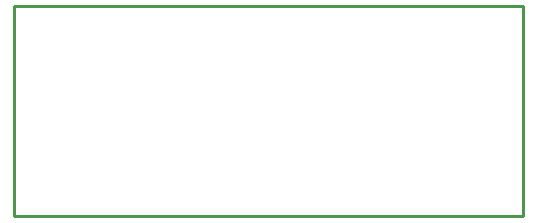
<source format=gm1>
%FSLAX44Y44*%
%MOMM*%
G71*
G01*
G75*
G04 Layer_Color=16711935*
%ADD10C,0.7900*%
%ADD11C,0.2540*%
%ADD12C,0.9906*%
%ADD13C,2.3000*%
%ADD14C,0.0100*%
%ADD15C,0.9932*%
%ADD16C,1.1938*%
%ADD17C,2.5032*%
D11*
X251460Y433070D02*
X681990D01*
X251460Y255270D02*
Y433070D01*
X681990Y255270D02*
Y433070D01*
X251460Y255270D02*
X681990D01*
X251460Y433070D02*
X681990D01*
X251460Y255270D02*
Y433070D01*
X681990Y255270D02*
Y433070D01*
X251460Y255270D02*
X681990D01*
M02*

</source>
